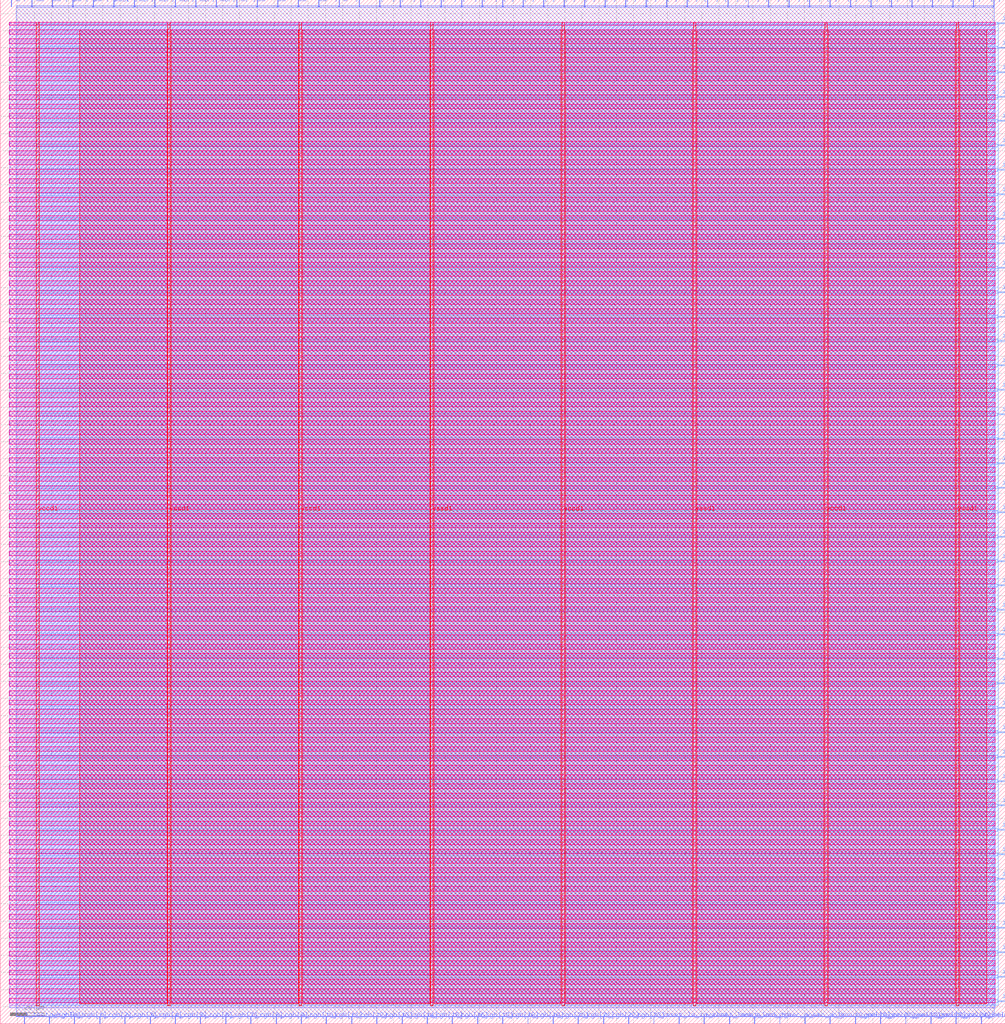
<source format=lef>
VERSION 5.7 ;
  NOWIREEXTENSIONATPIN ON ;
  DIVIDERCHAR "/" ;
  BUSBITCHARS "[]" ;
MACRO top_ew_algofoogle
  CLASS BLOCK ;
  FOREIGN top_ew_algofoogle ;
  ORIGIN 0.000 0.000 ;
  SIZE 587.350 BY 598.070 ;
  PIN i_clk
    DIRECTION INPUT ;
    USE SIGNAL ;
    PORT
      LAYER met3 ;
        RECT 583.350 12.960 587.350 13.560 ;
    END
  END i_clk
  PIN i_debug_map_overlay
    DIRECTION INPUT ;
    USE SIGNAL ;
    PORT
      LAYER met3 ;
        RECT 583.350 355.680 587.350 356.280 ;
    END
  END i_debug_map_overlay
  PIN i_debug_trace_overlay
    DIRECTION INPUT ;
    USE SIGNAL ;
    PORT
      LAYER met3 ;
        RECT 583.350 255.720 587.350 256.320 ;
    END
  END i_debug_trace_overlay
  PIN i_debug_vec_overlay
    DIRECTION INPUT ;
    USE SIGNAL ;
    PORT
      LAYER met2 ;
        RECT 573.250 0.000 573.530 4.000 ;
    END
  END i_debug_vec_overlay
  PIN i_gpout0_sel[0]
    DIRECTION INPUT ;
    USE SIGNAL ;
    PORT
      LAYER met2 ;
        RECT 484.930 0.000 485.210 4.000 ;
    END
  END i_gpout0_sel[0]
  PIN i_gpout0_sel[1]
    DIRECTION INPUT ;
    USE SIGNAL ;
    PORT
      LAYER met2 ;
        RECT 499.650 0.000 499.930 4.000 ;
    END
  END i_gpout0_sel[1]
  PIN i_gpout0_sel[2]
    DIRECTION INPUT ;
    USE SIGNAL ;
    PORT
      LAYER met2 ;
        RECT 514.370 0.000 514.650 4.000 ;
    END
  END i_gpout0_sel[2]
  PIN i_gpout0_sel[3]
    DIRECTION INPUT ;
    USE SIGNAL ;
    PORT
      LAYER met2 ;
        RECT 529.090 0.000 529.370 4.000 ;
    END
  END i_gpout0_sel[3]
  PIN i_gpout0_sel[4]
    DIRECTION INPUT ;
    USE SIGNAL ;
    PORT
      LAYER met2 ;
        RECT 543.810 0.000 544.090 4.000 ;
    END
  END i_gpout0_sel[4]
  PIN i_gpout0_sel[5]
    DIRECTION INPUT ;
    USE SIGNAL ;
    PORT
      LAYER met2 ;
        RECT 558.530 0.000 558.810 4.000 ;
    END
  END i_gpout0_sel[5]
  PIN i_gpout1_sel[0]
    DIRECTION INPUT ;
    USE SIGNAL ;
    PORT
      LAYER met3 ;
        RECT 583.350 84.360 587.350 84.960 ;
    END
  END i_gpout1_sel[0]
  PIN i_gpout1_sel[1]
    DIRECTION INPUT ;
    USE SIGNAL ;
    PORT
      LAYER met3 ;
        RECT 583.350 98.640 587.350 99.240 ;
    END
  END i_gpout1_sel[1]
  PIN i_gpout1_sel[2]
    DIRECTION INPUT ;
    USE SIGNAL ;
    PORT
      LAYER met3 ;
        RECT 583.350 112.920 587.350 113.520 ;
    END
  END i_gpout1_sel[2]
  PIN i_gpout1_sel[3]
    DIRECTION INPUT ;
    USE SIGNAL ;
    PORT
      LAYER met3 ;
        RECT 583.350 127.200 587.350 127.800 ;
    END
  END i_gpout1_sel[3]
  PIN i_gpout1_sel[4]
    DIRECTION INPUT ;
    USE SIGNAL ;
    PORT
      LAYER met3 ;
        RECT 583.350 141.480 587.350 142.080 ;
    END
  END i_gpout1_sel[4]
  PIN i_gpout1_sel[5]
    DIRECTION INPUT ;
    USE SIGNAL ;
    PORT
      LAYER met3 ;
        RECT 583.350 155.760 587.350 156.360 ;
    END
  END i_gpout1_sel[5]
  PIN i_gpout2_sel[0]
    DIRECTION INPUT ;
    USE SIGNAL ;
    PORT
      LAYER met3 ;
        RECT 583.350 170.040 587.350 170.640 ;
    END
  END i_gpout2_sel[0]
  PIN i_gpout2_sel[1]
    DIRECTION INPUT ;
    USE SIGNAL ;
    PORT
      LAYER met3 ;
        RECT 583.350 184.320 587.350 184.920 ;
    END
  END i_gpout2_sel[1]
  PIN i_gpout2_sel[2]
    DIRECTION INPUT ;
    USE SIGNAL ;
    PORT
      LAYER met3 ;
        RECT 583.350 198.600 587.350 199.200 ;
    END
  END i_gpout2_sel[2]
  PIN i_gpout2_sel[3]
    DIRECTION INPUT ;
    USE SIGNAL ;
    PORT
      LAYER met3 ;
        RECT 583.350 212.880 587.350 213.480 ;
    END
  END i_gpout2_sel[3]
  PIN i_gpout2_sel[4]
    DIRECTION INPUT ;
    USE SIGNAL ;
    PORT
      LAYER met3 ;
        RECT 583.350 227.160 587.350 227.760 ;
    END
  END i_gpout2_sel[4]
  PIN i_gpout2_sel[5]
    DIRECTION INPUT ;
    USE SIGNAL ;
    PORT
      LAYER met3 ;
        RECT 583.350 241.440 587.350 242.040 ;
    END
  END i_gpout2_sel[5]
  PIN i_gpout3_sel[0]
    DIRECTION INPUT ;
    USE SIGNAL ;
    PORT
      LAYER met3 ;
        RECT 583.350 270.000 587.350 270.600 ;
    END
  END i_gpout3_sel[0]
  PIN i_gpout3_sel[1]
    DIRECTION INPUT ;
    USE SIGNAL ;
    PORT
      LAYER met3 ;
        RECT 583.350 284.280 587.350 284.880 ;
    END
  END i_gpout3_sel[1]
  PIN i_gpout3_sel[2]
    DIRECTION INPUT ;
    USE SIGNAL ;
    PORT
      LAYER met3 ;
        RECT 583.350 298.560 587.350 299.160 ;
    END
  END i_gpout3_sel[2]
  PIN i_gpout3_sel[3]
    DIRECTION INPUT ;
    USE SIGNAL ;
    PORT
      LAYER met3 ;
        RECT 583.350 312.840 587.350 313.440 ;
    END
  END i_gpout3_sel[3]
  PIN i_gpout3_sel[4]
    DIRECTION INPUT ;
    USE SIGNAL ;
    PORT
      LAYER met3 ;
        RECT 583.350 327.120 587.350 327.720 ;
    END
  END i_gpout3_sel[4]
  PIN i_gpout3_sel[5]
    DIRECTION INPUT ;
    USE SIGNAL ;
    PORT
      LAYER met3 ;
        RECT 583.350 341.400 587.350 342.000 ;
    END
  END i_gpout3_sel[5]
  PIN i_gpout4_sel[0]
    DIRECTION INPUT ;
    USE SIGNAL ;
    PORT
      LAYER met3 ;
        RECT 583.350 369.960 587.350 370.560 ;
    END
  END i_gpout4_sel[0]
  PIN i_gpout4_sel[1]
    DIRECTION INPUT ;
    USE SIGNAL ;
    PORT
      LAYER met3 ;
        RECT 583.350 384.240 587.350 384.840 ;
    END
  END i_gpout4_sel[1]
  PIN i_gpout4_sel[2]
    DIRECTION INPUT ;
    USE SIGNAL ;
    PORT
      LAYER met3 ;
        RECT 583.350 398.520 587.350 399.120 ;
    END
  END i_gpout4_sel[2]
  PIN i_gpout4_sel[3]
    DIRECTION INPUT ;
    USE SIGNAL ;
    PORT
      LAYER met3 ;
        RECT 583.350 412.800 587.350 413.400 ;
    END
  END i_gpout4_sel[3]
  PIN i_gpout4_sel[4]
    DIRECTION INPUT ;
    USE SIGNAL ;
    PORT
      LAYER met3 ;
        RECT 583.350 427.080 587.350 427.680 ;
    END
  END i_gpout4_sel[4]
  PIN i_gpout4_sel[5]
    DIRECTION INPUT ;
    USE SIGNAL ;
    PORT
      LAYER met3 ;
        RECT 583.350 441.360 587.350 441.960 ;
    END
  END i_gpout4_sel[5]
  PIN i_gpout5_sel[0]
    DIRECTION INPUT ;
    USE SIGNAL ;
    PORT
      LAYER met3 ;
        RECT 583.350 455.640 587.350 456.240 ;
    END
  END i_gpout5_sel[0]
  PIN i_gpout5_sel[1]
    DIRECTION INPUT ;
    USE SIGNAL ;
    PORT
      LAYER met3 ;
        RECT 583.350 469.920 587.350 470.520 ;
    END
  END i_gpout5_sel[1]
  PIN i_gpout5_sel[2]
    DIRECTION INPUT ;
    USE SIGNAL ;
    PORT
      LAYER met3 ;
        RECT 583.350 484.200 587.350 484.800 ;
    END
  END i_gpout5_sel[2]
  PIN i_gpout5_sel[3]
    DIRECTION INPUT ;
    USE SIGNAL ;
    PORT
      LAYER met3 ;
        RECT 583.350 498.480 587.350 499.080 ;
    END
  END i_gpout5_sel[3]
  PIN i_gpout5_sel[4]
    DIRECTION INPUT ;
    USE SIGNAL ;
    PORT
      LAYER met3 ;
        RECT 583.350 512.760 587.350 513.360 ;
    END
  END i_gpout5_sel[4]
  PIN i_gpout5_sel[5]
    DIRECTION INPUT ;
    USE SIGNAL ;
    PORT
      LAYER met3 ;
        RECT 583.350 527.040 587.350 527.640 ;
    END
  END i_gpout5_sel[5]
  PIN i_la_invalid
    DIRECTION INPUT ;
    USE SIGNAL ;
    PORT
      LAYER met2 ;
        RECT 396.610 0.000 396.890 4.000 ;
    END
  END i_la_invalid
  PIN i_mode[0]
    DIRECTION INPUT ;
    USE SIGNAL ;
    PORT
      LAYER met3 ;
        RECT 583.350 541.320 587.350 541.920 ;
    END
  END i_mode[0]
  PIN i_mode[1]
    DIRECTION INPUT ;
    USE SIGNAL ;
    PORT
      LAYER met3 ;
        RECT 583.350 555.600 587.350 556.200 ;
    END
  END i_mode[1]
  PIN i_mode[2]
    DIRECTION INPUT ;
    USE SIGNAL ;
    PORT
      LAYER met3 ;
        RECT 583.350 569.880 587.350 570.480 ;
    END
  END i_mode[2]
  PIN i_reg_csb
    DIRECTION INPUT ;
    USE SIGNAL ;
    PORT
      LAYER met3 ;
        RECT 583.350 27.240 587.350 27.840 ;
    END
  END i_reg_csb
  PIN i_reg_mosi
    DIRECTION INPUT ;
    USE SIGNAL ;
    PORT
      LAYER met3 ;
        RECT 583.350 41.520 587.350 42.120 ;
    END
  END i_reg_mosi
  PIN i_reg_outs_enb
    DIRECTION INPUT ;
    USE SIGNAL ;
    PORT
      LAYER met3 ;
        RECT 583.350 55.800 587.350 56.400 ;
    END
  END i_reg_outs_enb
  PIN i_reg_sclk
    DIRECTION INPUT ;
    USE SIGNAL ;
    PORT
      LAYER met3 ;
        RECT 583.350 70.080 587.350 70.680 ;
    END
  END i_reg_sclk
  PIN i_reset_lock_a
    DIRECTION INPUT ;
    USE SIGNAL ;
    PORT
      LAYER met2 ;
        RECT 411.330 0.000 411.610 4.000 ;
    END
  END i_reset_lock_a
  PIN i_reset_lock_b
    DIRECTION INPUT ;
    USE SIGNAL ;
    PORT
      LAYER met2 ;
        RECT 426.050 0.000 426.330 4.000 ;
    END
  END i_reset_lock_b
  PIN i_spare_0
    DIRECTION INPUT ;
    USE SIGNAL ;
    PORT
      LAYER met3 ;
        RECT 583.350 584.160 587.350 584.760 ;
    END
  END i_spare_0
  PIN i_spare_1
    DIRECTION INPUT ;
    USE SIGNAL ;
    PORT
      LAYER met2 ;
        RECT 6.530 594.070 6.810 598.070 ;
    END
  END i_spare_1
  PIN i_test_wb_clk_i
    DIRECTION INPUT ;
    USE SIGNAL ;
    PORT
      LAYER met2 ;
        RECT 13.890 0.000 14.170 4.000 ;
    END
  END i_test_wb_clk_i
  PIN i_tex_in[0]
    DIRECTION INPUT ;
    USE SIGNAL ;
    PORT
      LAYER met2 ;
        RECT 54.370 594.070 54.650 598.070 ;
    END
  END i_tex_in[0]
  PIN i_tex_in[1]
    DIRECTION INPUT ;
    USE SIGNAL ;
    PORT
      LAYER met2 ;
        RECT 42.410 594.070 42.690 598.070 ;
    END
  END i_tex_in[1]
  PIN i_tex_in[2]
    DIRECTION INPUT ;
    USE SIGNAL ;
    PORT
      LAYER met2 ;
        RECT 30.450 594.070 30.730 598.070 ;
    END
  END i_tex_in[2]
  PIN i_tex_in[3]
    DIRECTION INPUT ;
    USE SIGNAL ;
    PORT
      LAYER met2 ;
        RECT 18.490 594.070 18.770 598.070 ;
    END
  END i_tex_in[3]
  PIN i_vec_csb
    DIRECTION INPUT ;
    USE SIGNAL ;
    PORT
      LAYER met2 ;
        RECT 440.770 0.000 441.050 4.000 ;
    END
  END i_vec_csb
  PIN i_vec_mosi
    DIRECTION INPUT ;
    USE SIGNAL ;
    PORT
      LAYER met2 ;
        RECT 455.490 0.000 455.770 4.000 ;
    END
  END i_vec_mosi
  PIN i_vec_sclk
    DIRECTION INPUT ;
    USE SIGNAL ;
    PORT
      LAYER met2 ;
        RECT 470.210 0.000 470.490 4.000 ;
    END
  END i_vec_sclk
  PIN o_gpout[0]
    DIRECTION OUTPUT TRISTATE ;
    USE SIGNAL ;
    PORT
      LAYER met2 ;
        RECT 126.130 594.070 126.410 598.070 ;
    END
  END o_gpout[0]
  PIN o_gpout[1]
    DIRECTION OUTPUT TRISTATE ;
    USE SIGNAL ;
    PORT
      LAYER met2 ;
        RECT 114.170 594.070 114.450 598.070 ;
    END
  END o_gpout[1]
  PIN o_gpout[2]
    DIRECTION OUTPUT TRISTATE ;
    USE SIGNAL ;
    PORT
      LAYER met2 ;
        RECT 102.210 594.070 102.490 598.070 ;
    END
  END o_gpout[2]
  PIN o_gpout[3]
    DIRECTION OUTPUT TRISTATE ;
    USE SIGNAL ;
    PORT
      LAYER met2 ;
        RECT 90.250 594.070 90.530 598.070 ;
    END
  END o_gpout[3]
  PIN o_gpout[4]
    DIRECTION OUTPUT TRISTATE ;
    USE SIGNAL ;
    PORT
      LAYER met2 ;
        RECT 78.290 594.070 78.570 598.070 ;
    END
  END o_gpout[4]
  PIN o_gpout[5]
    DIRECTION OUTPUT TRISTATE ;
    USE SIGNAL ;
    PORT
      LAYER met2 ;
        RECT 66.330 594.070 66.610 598.070 ;
    END
  END o_gpout[5]
  PIN o_hsync
    DIRECTION OUTPUT TRISTATE ;
    USE SIGNAL ;
    PORT
      LAYER met2 ;
        RECT 197.890 594.070 198.170 598.070 ;
    END
  END o_hsync
  PIN o_reset
    DIRECTION OUTPUT TRISTATE ;
    USE SIGNAL ;
    PORT
      LAYER met2 ;
        RECT 381.890 0.000 382.170 4.000 ;
    END
  END o_reset
  PIN o_rgb[0]
    DIRECTION OUTPUT TRISTATE ;
    USE SIGNAL ;
    PORT
      LAYER met2 ;
        RECT 28.610 0.000 28.890 4.000 ;
    END
  END o_rgb[0]
  PIN o_rgb[10]
    DIRECTION OUTPUT TRISTATE ;
    USE SIGNAL ;
    PORT
      LAYER met2 ;
        RECT 175.810 0.000 176.090 4.000 ;
    END
  END o_rgb[10]
  PIN o_rgb[11]
    DIRECTION OUTPUT TRISTATE ;
    USE SIGNAL ;
    PORT
      LAYER met2 ;
        RECT 190.530 0.000 190.810 4.000 ;
    END
  END o_rgb[11]
  PIN o_rgb[12]
    DIRECTION OUTPUT TRISTATE ;
    USE SIGNAL ;
    PORT
      LAYER met2 ;
        RECT 205.250 0.000 205.530 4.000 ;
    END
  END o_rgb[12]
  PIN o_rgb[13]
    DIRECTION OUTPUT TRISTATE ;
    USE SIGNAL ;
    PORT
      LAYER met2 ;
        RECT 219.970 0.000 220.250 4.000 ;
    END
  END o_rgb[13]
  PIN o_rgb[14]
    DIRECTION OUTPUT TRISTATE ;
    USE SIGNAL ;
    PORT
      LAYER met2 ;
        RECT 234.690 0.000 234.970 4.000 ;
    END
  END o_rgb[14]
  PIN o_rgb[15]
    DIRECTION OUTPUT TRISTATE ;
    USE SIGNAL ;
    PORT
      LAYER met2 ;
        RECT 249.410 0.000 249.690 4.000 ;
    END
  END o_rgb[15]
  PIN o_rgb[16]
    DIRECTION OUTPUT TRISTATE ;
    USE SIGNAL ;
    PORT
      LAYER met2 ;
        RECT 264.130 0.000 264.410 4.000 ;
    END
  END o_rgb[16]
  PIN o_rgb[17]
    DIRECTION OUTPUT TRISTATE ;
    USE SIGNAL ;
    PORT
      LAYER met2 ;
        RECT 278.850 0.000 279.130 4.000 ;
    END
  END o_rgb[17]
  PIN o_rgb[18]
    DIRECTION OUTPUT TRISTATE ;
    USE SIGNAL ;
    PORT
      LAYER met2 ;
        RECT 293.570 0.000 293.850 4.000 ;
    END
  END o_rgb[18]
  PIN o_rgb[19]
    DIRECTION OUTPUT TRISTATE ;
    USE SIGNAL ;
    PORT
      LAYER met2 ;
        RECT 308.290 0.000 308.570 4.000 ;
    END
  END o_rgb[19]
  PIN o_rgb[1]
    DIRECTION OUTPUT TRISTATE ;
    USE SIGNAL ;
    PORT
      LAYER met2 ;
        RECT 43.330 0.000 43.610 4.000 ;
    END
  END o_rgb[1]
  PIN o_rgb[20]
    DIRECTION OUTPUT TRISTATE ;
    USE SIGNAL ;
    PORT
      LAYER met2 ;
        RECT 323.010 0.000 323.290 4.000 ;
    END
  END o_rgb[20]
  PIN o_rgb[21]
    DIRECTION OUTPUT TRISTATE ;
    USE SIGNAL ;
    PORT
      LAYER met2 ;
        RECT 337.730 0.000 338.010 4.000 ;
    END
  END o_rgb[21]
  PIN o_rgb[22]
    DIRECTION OUTPUT TRISTATE ;
    USE SIGNAL ;
    PORT
      LAYER met2 ;
        RECT 352.450 0.000 352.730 4.000 ;
    END
  END o_rgb[22]
  PIN o_rgb[23]
    DIRECTION OUTPUT TRISTATE ;
    USE SIGNAL ;
    PORT
      LAYER met2 ;
        RECT 367.170 0.000 367.450 4.000 ;
    END
  END o_rgb[23]
  PIN o_rgb[2]
    DIRECTION OUTPUT TRISTATE ;
    USE SIGNAL ;
    PORT
      LAYER met2 ;
        RECT 58.050 0.000 58.330 4.000 ;
    END
  END o_rgb[2]
  PIN o_rgb[3]
    DIRECTION OUTPUT TRISTATE ;
    USE SIGNAL ;
    PORT
      LAYER met2 ;
        RECT 72.770 0.000 73.050 4.000 ;
    END
  END o_rgb[3]
  PIN o_rgb[4]
    DIRECTION OUTPUT TRISTATE ;
    USE SIGNAL ;
    PORT
      LAYER met2 ;
        RECT 87.490 0.000 87.770 4.000 ;
    END
  END o_rgb[4]
  PIN o_rgb[5]
    DIRECTION OUTPUT TRISTATE ;
    USE SIGNAL ;
    PORT
      LAYER met2 ;
        RECT 102.210 0.000 102.490 4.000 ;
    END
  END o_rgb[5]
  PIN o_rgb[6]
    DIRECTION OUTPUT TRISTATE ;
    USE SIGNAL ;
    PORT
      LAYER met2 ;
        RECT 116.930 0.000 117.210 4.000 ;
    END
  END o_rgb[6]
  PIN o_rgb[7]
    DIRECTION OUTPUT TRISTATE ;
    USE SIGNAL ;
    PORT
      LAYER met2 ;
        RECT 131.650 0.000 131.930 4.000 ;
    END
  END o_rgb[7]
  PIN o_rgb[8]
    DIRECTION OUTPUT TRISTATE ;
    USE SIGNAL ;
    PORT
      LAYER met2 ;
        RECT 146.370 0.000 146.650 4.000 ;
    END
  END o_rgb[8]
  PIN o_rgb[9]
    DIRECTION OUTPUT TRISTATE ;
    USE SIGNAL ;
    PORT
      LAYER met2 ;
        RECT 161.090 0.000 161.370 4.000 ;
    END
  END o_rgb[9]
  PIN o_tex_csb
    DIRECTION OUTPUT TRISTATE ;
    USE SIGNAL ;
    PORT
      LAYER met2 ;
        RECT 173.970 594.070 174.250 598.070 ;
    END
  END o_tex_csb
  PIN o_tex_oeb0
    DIRECTION OUTPUT TRISTATE ;
    USE SIGNAL ;
    PORT
      LAYER met2 ;
        RECT 162.010 594.070 162.290 598.070 ;
    END
  END o_tex_oeb0
  PIN o_tex_out0
    DIRECTION OUTPUT TRISTATE ;
    USE SIGNAL ;
    PORT
      LAYER met2 ;
        RECT 150.050 594.070 150.330 598.070 ;
    END
  END o_tex_out0
  PIN o_tex_sclk
    DIRECTION OUTPUT TRISTATE ;
    USE SIGNAL ;
    PORT
      LAYER met2 ;
        RECT 138.090 594.070 138.370 598.070 ;
    END
  END o_tex_sclk
  PIN o_vsync
    DIRECTION OUTPUT TRISTATE ;
    USE SIGNAL ;
    PORT
      LAYER met2 ;
        RECT 185.930 594.070 186.210 598.070 ;
    END
  END o_vsync
  PIN ones[0]
    DIRECTION OUTPUT TRISTATE ;
    USE SIGNAL ;
    PORT
      LAYER met2 ;
        RECT 580.610 594.070 580.890 598.070 ;
    END
  END ones[0]
  PIN ones[10]
    DIRECTION OUTPUT TRISTATE ;
    USE SIGNAL ;
    PORT
      LAYER met2 ;
        RECT 461.010 594.070 461.290 598.070 ;
    END
  END ones[10]
  PIN ones[11]
    DIRECTION OUTPUT TRISTATE ;
    USE SIGNAL ;
    PORT
      LAYER met2 ;
        RECT 449.050 594.070 449.330 598.070 ;
    END
  END ones[11]
  PIN ones[12]
    DIRECTION OUTPUT TRISTATE ;
    USE SIGNAL ;
    PORT
      LAYER met2 ;
        RECT 437.090 594.070 437.370 598.070 ;
    END
  END ones[12]
  PIN ones[13]
    DIRECTION OUTPUT TRISTATE ;
    USE SIGNAL ;
    PORT
      LAYER met2 ;
        RECT 425.130 594.070 425.410 598.070 ;
    END
  END ones[13]
  PIN ones[14]
    DIRECTION OUTPUT TRISTATE ;
    USE SIGNAL ;
    PORT
      LAYER met2 ;
        RECT 413.170 594.070 413.450 598.070 ;
    END
  END ones[14]
  PIN ones[15]
    DIRECTION OUTPUT TRISTATE ;
    USE SIGNAL ;
    PORT
      LAYER met2 ;
        RECT 401.210 594.070 401.490 598.070 ;
    END
  END ones[15]
  PIN ones[1]
    DIRECTION OUTPUT TRISTATE ;
    USE SIGNAL ;
    PORT
      LAYER met2 ;
        RECT 568.650 594.070 568.930 598.070 ;
    END
  END ones[1]
  PIN ones[2]
    DIRECTION OUTPUT TRISTATE ;
    USE SIGNAL ;
    PORT
      LAYER met2 ;
        RECT 556.690 594.070 556.970 598.070 ;
    END
  END ones[2]
  PIN ones[3]
    DIRECTION OUTPUT TRISTATE ;
    USE SIGNAL ;
    PORT
      LAYER met2 ;
        RECT 544.730 594.070 545.010 598.070 ;
    END
  END ones[3]
  PIN ones[4]
    DIRECTION OUTPUT TRISTATE ;
    USE SIGNAL ;
    PORT
      LAYER met2 ;
        RECT 532.770 594.070 533.050 598.070 ;
    END
  END ones[4]
  PIN ones[5]
    DIRECTION OUTPUT TRISTATE ;
    USE SIGNAL ;
    PORT
      LAYER met2 ;
        RECT 520.810 594.070 521.090 598.070 ;
    END
  END ones[5]
  PIN ones[6]
    DIRECTION OUTPUT TRISTATE ;
    USE SIGNAL ;
    PORT
      LAYER met2 ;
        RECT 508.850 594.070 509.130 598.070 ;
    END
  END ones[6]
  PIN ones[7]
    DIRECTION OUTPUT TRISTATE ;
    USE SIGNAL ;
    PORT
      LAYER met2 ;
        RECT 496.890 594.070 497.170 598.070 ;
    END
  END ones[7]
  PIN ones[8]
    DIRECTION OUTPUT TRISTATE ;
    USE SIGNAL ;
    PORT
      LAYER met2 ;
        RECT 484.930 594.070 485.210 598.070 ;
    END
  END ones[8]
  PIN ones[9]
    DIRECTION OUTPUT TRISTATE ;
    USE SIGNAL ;
    PORT
      LAYER met2 ;
        RECT 472.970 594.070 473.250 598.070 ;
    END
  END ones[9]
  PIN vccd1
    DIRECTION INOUT ;
    USE POWER ;
    PORT
      LAYER met4 ;
        RECT 21.040 10.640 22.640 585.040 ;
    END
    PORT
      LAYER met4 ;
        RECT 174.640 10.640 176.240 585.040 ;
    END
    PORT
      LAYER met4 ;
        RECT 328.240 10.640 329.840 585.040 ;
    END
    PORT
      LAYER met4 ;
        RECT 481.840 10.640 483.440 585.040 ;
    END
  END vccd1
  PIN vssd1
    DIRECTION INOUT ;
    USE GROUND ;
    PORT
      LAYER met4 ;
        RECT 97.840 10.640 99.440 585.040 ;
    END
    PORT
      LAYER met4 ;
        RECT 251.440 10.640 253.040 585.040 ;
    END
    PORT
      LAYER met4 ;
        RECT 405.040 10.640 406.640 585.040 ;
    END
    PORT
      LAYER met4 ;
        RECT 558.640 10.640 560.240 585.040 ;
    END
  END vssd1
  PIN zeros[0]
    DIRECTION OUTPUT TRISTATE ;
    USE SIGNAL ;
    PORT
      LAYER met2 ;
        RECT 389.250 594.070 389.530 598.070 ;
    END
  END zeros[0]
  PIN zeros[10]
    DIRECTION OUTPUT TRISTATE ;
    USE SIGNAL ;
    PORT
      LAYER met2 ;
        RECT 269.650 594.070 269.930 598.070 ;
    END
  END zeros[10]
  PIN zeros[11]
    DIRECTION OUTPUT TRISTATE ;
    USE SIGNAL ;
    PORT
      LAYER met2 ;
        RECT 257.690 594.070 257.970 598.070 ;
    END
  END zeros[11]
  PIN zeros[12]
    DIRECTION OUTPUT TRISTATE ;
    USE SIGNAL ;
    PORT
      LAYER met2 ;
        RECT 245.730 594.070 246.010 598.070 ;
    END
  END zeros[12]
  PIN zeros[13]
    DIRECTION OUTPUT TRISTATE ;
    USE SIGNAL ;
    PORT
      LAYER met2 ;
        RECT 233.770 594.070 234.050 598.070 ;
    END
  END zeros[13]
  PIN zeros[14]
    DIRECTION OUTPUT TRISTATE ;
    USE SIGNAL ;
    PORT
      LAYER met2 ;
        RECT 221.810 594.070 222.090 598.070 ;
    END
  END zeros[14]
  PIN zeros[15]
    DIRECTION OUTPUT TRISTATE ;
    USE SIGNAL ;
    PORT
      LAYER met2 ;
        RECT 209.850 594.070 210.130 598.070 ;
    END
  END zeros[15]
  PIN zeros[1]
    DIRECTION OUTPUT TRISTATE ;
    USE SIGNAL ;
    PORT
      LAYER met2 ;
        RECT 377.290 594.070 377.570 598.070 ;
    END
  END zeros[1]
  PIN zeros[2]
    DIRECTION OUTPUT TRISTATE ;
    USE SIGNAL ;
    PORT
      LAYER met2 ;
        RECT 365.330 594.070 365.610 598.070 ;
    END
  END zeros[2]
  PIN zeros[3]
    DIRECTION OUTPUT TRISTATE ;
    USE SIGNAL ;
    PORT
      LAYER met2 ;
        RECT 353.370 594.070 353.650 598.070 ;
    END
  END zeros[3]
  PIN zeros[4]
    DIRECTION OUTPUT TRISTATE ;
    USE SIGNAL ;
    PORT
      LAYER met2 ;
        RECT 341.410 594.070 341.690 598.070 ;
    END
  END zeros[4]
  PIN zeros[5]
    DIRECTION OUTPUT TRISTATE ;
    USE SIGNAL ;
    PORT
      LAYER met2 ;
        RECT 329.450 594.070 329.730 598.070 ;
    END
  END zeros[5]
  PIN zeros[6]
    DIRECTION OUTPUT TRISTATE ;
    USE SIGNAL ;
    PORT
      LAYER met2 ;
        RECT 317.490 594.070 317.770 598.070 ;
    END
  END zeros[6]
  PIN zeros[7]
    DIRECTION OUTPUT TRISTATE ;
    USE SIGNAL ;
    PORT
      LAYER met2 ;
        RECT 305.530 594.070 305.810 598.070 ;
    END
  END zeros[7]
  PIN zeros[8]
    DIRECTION OUTPUT TRISTATE ;
    USE SIGNAL ;
    PORT
      LAYER met2 ;
        RECT 293.570 594.070 293.850 598.070 ;
    END
  END zeros[8]
  PIN zeros[9]
    DIRECTION OUTPUT TRISTATE ;
    USE SIGNAL ;
    PORT
      LAYER met2 ;
        RECT 281.610 594.070 281.890 598.070 ;
    END
  END zeros[9]
  OBS
      LAYER nwell ;
        RECT 5.330 583.385 581.630 584.990 ;
        RECT 5.330 577.945 581.630 580.775 ;
        RECT 5.330 572.505 581.630 575.335 ;
        RECT 5.330 567.065 581.630 569.895 ;
        RECT 5.330 561.625 581.630 564.455 ;
        RECT 5.330 556.185 581.630 559.015 ;
        RECT 5.330 550.745 581.630 553.575 ;
        RECT 5.330 545.305 581.630 548.135 ;
        RECT 5.330 539.865 581.630 542.695 ;
        RECT 5.330 534.425 581.630 537.255 ;
        RECT 5.330 528.985 581.630 531.815 ;
        RECT 5.330 523.545 581.630 526.375 ;
        RECT 5.330 518.105 581.630 520.935 ;
        RECT 5.330 512.665 581.630 515.495 ;
        RECT 5.330 507.225 581.630 510.055 ;
        RECT 5.330 501.785 581.630 504.615 ;
        RECT 5.330 496.345 581.630 499.175 ;
        RECT 5.330 490.905 581.630 493.735 ;
        RECT 5.330 485.465 581.630 488.295 ;
        RECT 5.330 480.025 581.630 482.855 ;
        RECT 5.330 474.585 581.630 477.415 ;
        RECT 5.330 469.145 581.630 471.975 ;
        RECT 5.330 463.705 581.630 466.535 ;
        RECT 5.330 458.265 581.630 461.095 ;
        RECT 5.330 452.825 581.630 455.655 ;
        RECT 5.330 447.385 581.630 450.215 ;
        RECT 5.330 441.945 581.630 444.775 ;
        RECT 5.330 436.505 581.630 439.335 ;
        RECT 5.330 431.065 581.630 433.895 ;
        RECT 5.330 425.625 581.630 428.455 ;
        RECT 5.330 420.185 581.630 423.015 ;
        RECT 5.330 414.745 581.630 417.575 ;
        RECT 5.330 409.305 581.630 412.135 ;
        RECT 5.330 403.865 581.630 406.695 ;
        RECT 5.330 398.425 581.630 401.255 ;
        RECT 5.330 392.985 581.630 395.815 ;
        RECT 5.330 387.545 581.630 390.375 ;
        RECT 5.330 382.105 581.630 384.935 ;
        RECT 5.330 376.665 581.630 379.495 ;
        RECT 5.330 371.225 581.630 374.055 ;
        RECT 5.330 365.785 581.630 368.615 ;
        RECT 5.330 360.345 581.630 363.175 ;
        RECT 5.330 354.905 581.630 357.735 ;
        RECT 5.330 349.465 581.630 352.295 ;
        RECT 5.330 344.025 581.630 346.855 ;
        RECT 5.330 338.585 581.630 341.415 ;
        RECT 5.330 333.145 581.630 335.975 ;
        RECT 5.330 327.705 581.630 330.535 ;
        RECT 5.330 322.265 581.630 325.095 ;
        RECT 5.330 316.825 581.630 319.655 ;
        RECT 5.330 311.385 581.630 314.215 ;
        RECT 5.330 305.945 581.630 308.775 ;
        RECT 5.330 300.505 581.630 303.335 ;
        RECT 5.330 295.065 581.630 297.895 ;
        RECT 5.330 289.625 581.630 292.455 ;
        RECT 5.330 284.185 581.630 287.015 ;
        RECT 5.330 278.745 581.630 281.575 ;
        RECT 5.330 273.305 581.630 276.135 ;
        RECT 5.330 267.865 581.630 270.695 ;
        RECT 5.330 262.425 581.630 265.255 ;
        RECT 5.330 256.985 581.630 259.815 ;
        RECT 5.330 251.545 581.630 254.375 ;
        RECT 5.330 246.105 581.630 248.935 ;
        RECT 5.330 240.665 581.630 243.495 ;
        RECT 5.330 235.225 581.630 238.055 ;
        RECT 5.330 229.785 581.630 232.615 ;
        RECT 5.330 224.345 581.630 227.175 ;
        RECT 5.330 218.905 581.630 221.735 ;
        RECT 5.330 213.465 581.630 216.295 ;
        RECT 5.330 208.025 581.630 210.855 ;
        RECT 5.330 202.585 581.630 205.415 ;
        RECT 5.330 197.145 581.630 199.975 ;
        RECT 5.330 191.705 581.630 194.535 ;
        RECT 5.330 186.265 581.630 189.095 ;
        RECT 5.330 180.825 581.630 183.655 ;
        RECT 5.330 175.385 581.630 178.215 ;
        RECT 5.330 169.945 581.630 172.775 ;
        RECT 5.330 164.505 581.630 167.335 ;
        RECT 5.330 159.065 581.630 161.895 ;
        RECT 5.330 153.625 581.630 156.455 ;
        RECT 5.330 148.185 581.630 151.015 ;
        RECT 5.330 142.745 581.630 145.575 ;
        RECT 5.330 137.305 581.630 140.135 ;
        RECT 5.330 131.865 581.630 134.695 ;
        RECT 5.330 126.425 581.630 129.255 ;
        RECT 5.330 120.985 581.630 123.815 ;
        RECT 5.330 115.545 581.630 118.375 ;
        RECT 5.330 110.105 581.630 112.935 ;
        RECT 5.330 104.665 581.630 107.495 ;
        RECT 5.330 99.225 581.630 102.055 ;
        RECT 5.330 93.785 581.630 96.615 ;
        RECT 5.330 88.345 581.630 91.175 ;
        RECT 5.330 82.905 581.630 85.735 ;
        RECT 5.330 77.465 581.630 80.295 ;
        RECT 5.330 72.025 581.630 74.855 ;
        RECT 5.330 66.585 581.630 69.415 ;
        RECT 5.330 61.145 581.630 63.975 ;
        RECT 5.330 55.705 581.630 58.535 ;
        RECT 5.330 50.265 581.630 53.095 ;
        RECT 5.330 44.825 581.630 47.655 ;
        RECT 5.330 39.385 581.630 42.215 ;
        RECT 5.330 33.945 581.630 36.775 ;
        RECT 5.330 28.505 581.630 31.335 ;
        RECT 5.330 23.065 581.630 25.895 ;
        RECT 5.330 17.625 581.630 20.455 ;
        RECT 5.330 12.185 581.630 15.015 ;
      LAYER li1 ;
        RECT 5.520 10.795 581.440 584.885 ;
      LAYER met1 ;
        RECT 5.520 9.220 581.440 585.040 ;
      LAYER met2 ;
        RECT 9.300 593.790 18.210 594.730 ;
        RECT 19.050 593.790 30.170 594.730 ;
        RECT 31.010 593.790 42.130 594.730 ;
        RECT 42.970 593.790 54.090 594.730 ;
        RECT 54.930 593.790 66.050 594.730 ;
        RECT 66.890 593.790 78.010 594.730 ;
        RECT 78.850 593.790 89.970 594.730 ;
        RECT 90.810 593.790 101.930 594.730 ;
        RECT 102.770 593.790 113.890 594.730 ;
        RECT 114.730 593.790 125.850 594.730 ;
        RECT 126.690 593.790 137.810 594.730 ;
        RECT 138.650 593.790 149.770 594.730 ;
        RECT 150.610 593.790 161.730 594.730 ;
        RECT 162.570 593.790 173.690 594.730 ;
        RECT 174.530 593.790 185.650 594.730 ;
        RECT 186.490 593.790 197.610 594.730 ;
        RECT 198.450 593.790 209.570 594.730 ;
        RECT 210.410 593.790 221.530 594.730 ;
        RECT 222.370 593.790 233.490 594.730 ;
        RECT 234.330 593.790 245.450 594.730 ;
        RECT 246.290 593.790 257.410 594.730 ;
        RECT 258.250 593.790 269.370 594.730 ;
        RECT 270.210 593.790 281.330 594.730 ;
        RECT 282.170 593.790 293.290 594.730 ;
        RECT 294.130 593.790 305.250 594.730 ;
        RECT 306.090 593.790 317.210 594.730 ;
        RECT 318.050 593.790 329.170 594.730 ;
        RECT 330.010 593.790 341.130 594.730 ;
        RECT 341.970 593.790 353.090 594.730 ;
        RECT 353.930 593.790 365.050 594.730 ;
        RECT 365.890 593.790 377.010 594.730 ;
        RECT 377.850 593.790 388.970 594.730 ;
        RECT 389.810 593.790 400.930 594.730 ;
        RECT 401.770 593.790 412.890 594.730 ;
        RECT 413.730 593.790 424.850 594.730 ;
        RECT 425.690 593.790 436.810 594.730 ;
        RECT 437.650 593.790 448.770 594.730 ;
        RECT 449.610 593.790 460.730 594.730 ;
        RECT 461.570 593.790 472.690 594.730 ;
        RECT 473.530 593.790 484.650 594.730 ;
        RECT 485.490 593.790 496.610 594.730 ;
        RECT 497.450 593.790 508.570 594.730 ;
        RECT 509.410 593.790 520.530 594.730 ;
        RECT 521.370 593.790 532.490 594.730 ;
        RECT 533.330 593.790 544.450 594.730 ;
        RECT 545.290 593.790 556.410 594.730 ;
        RECT 557.250 593.790 568.370 594.730 ;
        RECT 569.210 593.790 580.330 594.730 ;
        RECT 9.300 4.280 580.880 593.790 ;
        RECT 9.300 4.000 13.610 4.280 ;
        RECT 14.450 4.000 28.330 4.280 ;
        RECT 29.170 4.000 43.050 4.280 ;
        RECT 43.890 4.000 57.770 4.280 ;
        RECT 58.610 4.000 72.490 4.280 ;
        RECT 73.330 4.000 87.210 4.280 ;
        RECT 88.050 4.000 101.930 4.280 ;
        RECT 102.770 4.000 116.650 4.280 ;
        RECT 117.490 4.000 131.370 4.280 ;
        RECT 132.210 4.000 146.090 4.280 ;
        RECT 146.930 4.000 160.810 4.280 ;
        RECT 161.650 4.000 175.530 4.280 ;
        RECT 176.370 4.000 190.250 4.280 ;
        RECT 191.090 4.000 204.970 4.280 ;
        RECT 205.810 4.000 219.690 4.280 ;
        RECT 220.530 4.000 234.410 4.280 ;
        RECT 235.250 4.000 249.130 4.280 ;
        RECT 249.970 4.000 263.850 4.280 ;
        RECT 264.690 4.000 278.570 4.280 ;
        RECT 279.410 4.000 293.290 4.280 ;
        RECT 294.130 4.000 308.010 4.280 ;
        RECT 308.850 4.000 322.730 4.280 ;
        RECT 323.570 4.000 337.450 4.280 ;
        RECT 338.290 4.000 352.170 4.280 ;
        RECT 353.010 4.000 366.890 4.280 ;
        RECT 367.730 4.000 381.610 4.280 ;
        RECT 382.450 4.000 396.330 4.280 ;
        RECT 397.170 4.000 411.050 4.280 ;
        RECT 411.890 4.000 425.770 4.280 ;
        RECT 426.610 4.000 440.490 4.280 ;
        RECT 441.330 4.000 455.210 4.280 ;
        RECT 456.050 4.000 469.930 4.280 ;
        RECT 470.770 4.000 484.650 4.280 ;
        RECT 485.490 4.000 499.370 4.280 ;
        RECT 500.210 4.000 514.090 4.280 ;
        RECT 514.930 4.000 528.810 4.280 ;
        RECT 529.650 4.000 543.530 4.280 ;
        RECT 544.370 4.000 558.250 4.280 ;
        RECT 559.090 4.000 572.970 4.280 ;
        RECT 573.810 4.000 580.880 4.280 ;
      LAYER met3 ;
        RECT 21.050 583.760 582.950 584.965 ;
        RECT 21.050 570.880 583.350 583.760 ;
        RECT 21.050 569.480 582.950 570.880 ;
        RECT 21.050 556.600 583.350 569.480 ;
        RECT 21.050 555.200 582.950 556.600 ;
        RECT 21.050 542.320 583.350 555.200 ;
        RECT 21.050 540.920 582.950 542.320 ;
        RECT 21.050 528.040 583.350 540.920 ;
        RECT 21.050 526.640 582.950 528.040 ;
        RECT 21.050 513.760 583.350 526.640 ;
        RECT 21.050 512.360 582.950 513.760 ;
        RECT 21.050 499.480 583.350 512.360 ;
        RECT 21.050 498.080 582.950 499.480 ;
        RECT 21.050 485.200 583.350 498.080 ;
        RECT 21.050 483.800 582.950 485.200 ;
        RECT 21.050 470.920 583.350 483.800 ;
        RECT 21.050 469.520 582.950 470.920 ;
        RECT 21.050 456.640 583.350 469.520 ;
        RECT 21.050 455.240 582.950 456.640 ;
        RECT 21.050 442.360 583.350 455.240 ;
        RECT 21.050 440.960 582.950 442.360 ;
        RECT 21.050 428.080 583.350 440.960 ;
        RECT 21.050 426.680 582.950 428.080 ;
        RECT 21.050 413.800 583.350 426.680 ;
        RECT 21.050 412.400 582.950 413.800 ;
        RECT 21.050 399.520 583.350 412.400 ;
        RECT 21.050 398.120 582.950 399.520 ;
        RECT 21.050 385.240 583.350 398.120 ;
        RECT 21.050 383.840 582.950 385.240 ;
        RECT 21.050 370.960 583.350 383.840 ;
        RECT 21.050 369.560 582.950 370.960 ;
        RECT 21.050 356.680 583.350 369.560 ;
        RECT 21.050 355.280 582.950 356.680 ;
        RECT 21.050 342.400 583.350 355.280 ;
        RECT 21.050 341.000 582.950 342.400 ;
        RECT 21.050 328.120 583.350 341.000 ;
        RECT 21.050 326.720 582.950 328.120 ;
        RECT 21.050 313.840 583.350 326.720 ;
        RECT 21.050 312.440 582.950 313.840 ;
        RECT 21.050 299.560 583.350 312.440 ;
        RECT 21.050 298.160 582.950 299.560 ;
        RECT 21.050 285.280 583.350 298.160 ;
        RECT 21.050 283.880 582.950 285.280 ;
        RECT 21.050 271.000 583.350 283.880 ;
        RECT 21.050 269.600 582.950 271.000 ;
        RECT 21.050 256.720 583.350 269.600 ;
        RECT 21.050 255.320 582.950 256.720 ;
        RECT 21.050 242.440 583.350 255.320 ;
        RECT 21.050 241.040 582.950 242.440 ;
        RECT 21.050 228.160 583.350 241.040 ;
        RECT 21.050 226.760 582.950 228.160 ;
        RECT 21.050 213.880 583.350 226.760 ;
        RECT 21.050 212.480 582.950 213.880 ;
        RECT 21.050 199.600 583.350 212.480 ;
        RECT 21.050 198.200 582.950 199.600 ;
        RECT 21.050 185.320 583.350 198.200 ;
        RECT 21.050 183.920 582.950 185.320 ;
        RECT 21.050 171.040 583.350 183.920 ;
        RECT 21.050 169.640 582.950 171.040 ;
        RECT 21.050 156.760 583.350 169.640 ;
        RECT 21.050 155.360 582.950 156.760 ;
        RECT 21.050 142.480 583.350 155.360 ;
        RECT 21.050 141.080 582.950 142.480 ;
        RECT 21.050 128.200 583.350 141.080 ;
        RECT 21.050 126.800 582.950 128.200 ;
        RECT 21.050 113.920 583.350 126.800 ;
        RECT 21.050 112.520 582.950 113.920 ;
        RECT 21.050 99.640 583.350 112.520 ;
        RECT 21.050 98.240 582.950 99.640 ;
        RECT 21.050 85.360 583.350 98.240 ;
        RECT 21.050 83.960 582.950 85.360 ;
        RECT 21.050 71.080 583.350 83.960 ;
        RECT 21.050 69.680 582.950 71.080 ;
        RECT 21.050 56.800 583.350 69.680 ;
        RECT 21.050 55.400 582.950 56.800 ;
        RECT 21.050 42.520 583.350 55.400 ;
        RECT 21.050 41.120 582.950 42.520 ;
        RECT 21.050 28.240 583.350 41.120 ;
        RECT 21.050 26.840 582.950 28.240 ;
        RECT 21.050 13.960 583.350 26.840 ;
        RECT 21.050 12.560 582.950 13.960 ;
        RECT 21.050 10.715 583.350 12.560 ;
      LAYER met4 ;
        RECT 46.295 11.735 97.440 580.545 ;
        RECT 99.840 11.735 174.240 580.545 ;
        RECT 176.640 11.735 251.040 580.545 ;
        RECT 253.440 11.735 327.840 580.545 ;
        RECT 330.240 11.735 404.640 580.545 ;
        RECT 407.040 11.735 481.440 580.545 ;
        RECT 483.840 11.735 558.240 580.545 ;
        RECT 560.640 11.735 576.545 580.545 ;
  END
END top_ew_algofoogle
END LIBRARY


</source>
